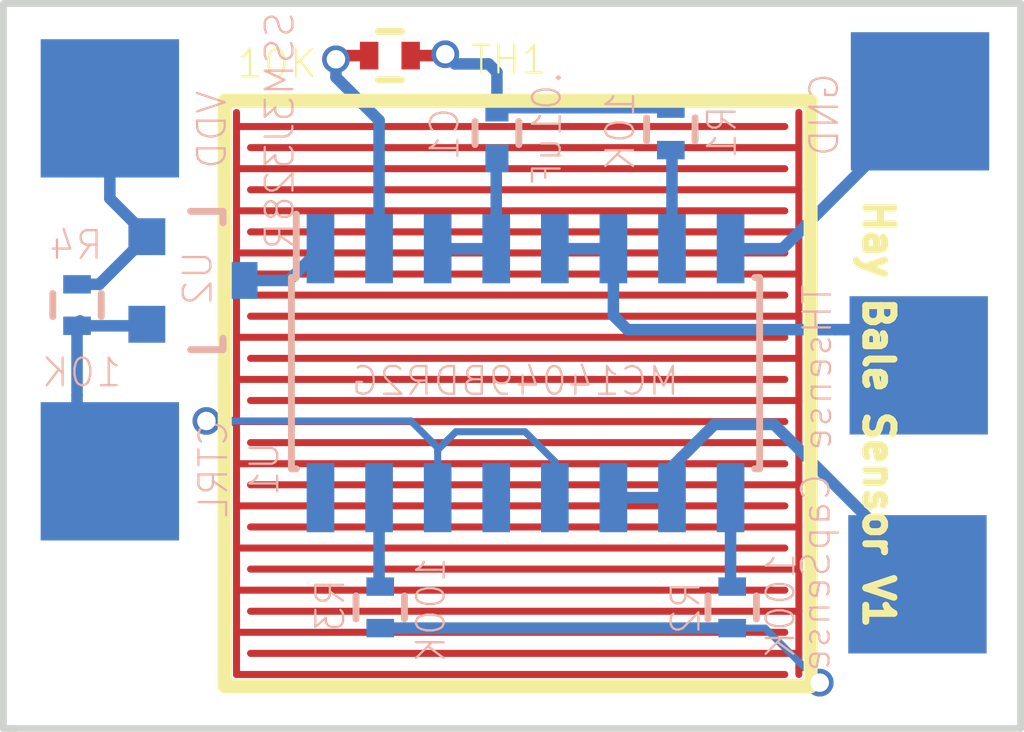
<source format=kicad_pcb>
(kicad_pcb (version 4) (host pcbnew 4.0.1-stable)

  (general
    (links 20)
    (no_connects 0)
    (area 141.966879 57.313759 164.166621 73.196521)
    (thickness 1.6)
    (drawings 11)
    (tracks 110)
    (zones 0)
    (modules 13)
    (nets 17)
  )

  (page A4)
  (layers
    (0 F.Cu signal)
    (1 In1.Cu signal)
    (2 In2.Cu signal)
    (31 B.Cu signal)
    (32 B.Adhes user)
    (33 F.Adhes user)
    (34 B.Paste user)
    (35 F.Paste user)
    (36 B.SilkS user)
    (37 F.SilkS user)
    (38 B.Mask user)
    (39 F.Mask user)
    (40 Dwgs.User user)
    (41 Cmts.User user)
    (42 Eco1.User user)
    (43 Eco2.User user)
    (44 Edge.Cuts user)
    (45 Margin user)
    (46 B.CrtYd user)
    (47 F.CrtYd user)
    (48 B.Fab user)
    (49 F.Fab user)
  )

  (setup
    (last_trace_width 0.25)
    (trace_clearance 0.2)
    (zone_clearance 0.508)
    (zone_45_only yes)
    (trace_min 0.1524)
    (segment_width 0.2)
    (edge_width 0.15)
    (via_size 0.6)
    (via_drill 0.4)
    (via_min_size 0.4)
    (via_min_drill 0.3)
    (uvia_size 0.3)
    (uvia_drill 0.1)
    (uvias_allowed no)
    (uvia_min_size 0.2)
    (uvia_min_drill 0.1)
    (pcb_text_width 0.3)
    (pcb_text_size 1.5 1.5)
    (mod_edge_width 0.15)
    (mod_text_size 0.6 0.6)
    (mod_text_width 0.05)
    (pad_size 1.524 1.524)
    (pad_drill 0.762)
    (pad_to_mask_clearance 0.2)
    (aux_axis_origin 0 0)
    (visible_elements FFFFFF7F)
    (pcbplotparams
      (layerselection 0x00030_80000001)
      (usegerberextensions false)
      (excludeedgelayer true)
      (linewidth 0.100000)
      (plotframeref false)
      (viasonmask false)
      (mode 1)
      (useauxorigin false)
      (hpglpennumber 1)
      (hpglpenspeed 20)
      (hpglpendiameter 15)
      (hpglpenoverlay 2)
      (psnegative false)
      (psa4output false)
      (plotreference true)
      (plotvalue true)
      (plotinvisibletext false)
      (padsonsilk false)
      (subtractmaskfromsilk false)
      (outputformat 1)
      (mirror false)
      (drillshape 1)
      (scaleselection 1)
      (outputdirectory ""))
  )

  (net 0 "")
  (net 1 "Net-(C1-Pad1)")
  (net 2 "Net-(C1-Pad2)")
  (net 3 "Net-(P1-Pad1)")
  (net 4 VDD)
  (net 5 GND)
  (net 6 "Net-(R1-Pad1)")
  (net 7 "Net-(TH1-Pad1)")
  (net 8 "Net-(U1-Pad13)")
  (net 9 "Net-(U1-Pad16)")
  (net 10 "Net-(R2-Pad1)")
  (net 11 "Net-(R3-Pad1)")
  (net 12 /Cap2)
  (net 13 /Cap1)
  (net 14 "Net-(P4-Pad1)")
  (net 15 "Net-(U1-Pad1)")
  (net 16 "Net-(P5-Pad1)")

  (net_class Default "This is the default net class."
    (clearance 0.2)
    (trace_width 0.25)
    (via_dia 0.6)
    (via_drill 0.4)
    (uvia_dia 0.3)
    (uvia_drill 0.1)
    (add_net GND)
    (add_net "Net-(C1-Pad1)")
    (add_net "Net-(C1-Pad2)")
    (add_net "Net-(P1-Pad1)")
    (add_net "Net-(P4-Pad1)")
    (add_net "Net-(P5-Pad1)")
    (add_net "Net-(R1-Pad1)")
    (add_net "Net-(R2-Pad1)")
    (add_net "Net-(R3-Pad1)")
    (add_net "Net-(TH1-Pad1)")
    (add_net "Net-(U1-Pad1)")
    (add_net "Net-(U1-Pad13)")
    (add_net "Net-(U1-Pad16)")
    (add_net VDD)
  )

  (net_class cap ""
    (clearance 0.2)
    (trace_width 0.1524)
    (via_dia 0.6)
    (via_drill 0.4)
    (uvia_dia 0.3)
    (uvia_drill 0.1)
    (add_net /Cap1)
    (add_net /Cap2)
  )

  (module Capacitors_SMD:C_0402 (layer B.Cu) (tedit 579104C2) (tstamp 578FC9FB)
    (at 152.74 60.2 90)
    (descr "Capacitor SMD 0402, reflow soldering, AVX (see smccp.pdf)")
    (tags "capacitor 0402")
    (path /57680C98)
    (attr smd)
    (fp_text reference C1 (at -0.02594 -1.13248 90) (layer B.SilkS)
      (effects (font (size 0.6 0.6) (thickness 0.05)) (justify mirror))
    )
    (fp_text value .01uF (at 0.10106 1.08494 90) (layer B.SilkS)
      (effects (font (size 0.6 0.6) (thickness 0.05)) (justify mirror))
    )
    (fp_line (start -1.15 0.6) (end 1.15 0.6) (layer B.CrtYd) (width 0.05))
    (fp_line (start -1.15 -0.6) (end 1.15 -0.6) (layer B.CrtYd) (width 0.05))
    (fp_line (start -1.15 0.6) (end -1.15 -0.6) (layer B.CrtYd) (width 0.05))
    (fp_line (start 1.15 0.6) (end 1.15 -0.6) (layer B.CrtYd) (width 0.05))
    (fp_line (start 0.25 0.475) (end -0.25 0.475) (layer B.SilkS) (width 0.15))
    (fp_line (start -0.25 -0.475) (end 0.25 -0.475) (layer B.SilkS) (width 0.15))
    (pad 1 smd rect (at -0.55 0 90) (size 0.6 0.5) (layers B.Cu B.Paste B.Mask)
      (net 1 "Net-(C1-Pad1)"))
    (pad 2 smd rect (at 0.55 0 90) (size 0.6 0.5) (layers B.Cu B.Paste B.Mask)
      (net 2 "Net-(C1-Pad2)"))
    (model Capacitors_SMD.3dshapes/C_0402.wrl
      (at (xyz 0 0 0))
      (scale (xyz 1 1 1))
      (rotate (xyz 0 0 0))
    )
  )

  (module Resistors_SMD:R_0402 (layer B.Cu) (tedit 579104C8) (tstamp 578FCA2E)
    (at 156.51 60.12 90)
    (descr "Resistor SMD 0402, reflow soldering, Vishay (see dcrcw.pdf)")
    (tags "resistor 0402")
    (path /57680AF4)
    (attr smd)
    (fp_text reference R1 (at -0.06022 1.1097 90) (layer B.SilkS)
      (effects (font (size 0.6 0.6) (thickness 0.05)) (justify mirror))
    )
    (fp_text value 10K (at -0.03736 -1.09502 90) (layer B.SilkS)
      (effects (font (size 0.6 0.6) (thickness 0.05)) (justify mirror))
    )
    (fp_line (start -0.95 0.65) (end 0.95 0.65) (layer B.CrtYd) (width 0.05))
    (fp_line (start -0.95 -0.65) (end 0.95 -0.65) (layer B.CrtYd) (width 0.05))
    (fp_line (start -0.95 0.65) (end -0.95 -0.65) (layer B.CrtYd) (width 0.05))
    (fp_line (start 0.95 0.65) (end 0.95 -0.65) (layer B.CrtYd) (width 0.05))
    (fp_line (start 0.25 0.525) (end -0.25 0.525) (layer B.SilkS) (width 0.15))
    (fp_line (start -0.25 -0.525) (end 0.25 -0.525) (layer B.SilkS) (width 0.15))
    (pad 1 smd rect (at -0.45 0 90) (size 0.4 0.6) (layers B.Cu B.Paste B.Mask)
      (net 6 "Net-(R1-Pad1)"))
    (pad 2 smd rect (at 0.45 0 90) (size 0.4 0.6) (layers B.Cu B.Paste B.Mask)
      (net 2 "Net-(C1-Pad2)"))
    (model Resistors_SMD.3dshapes/R_0402.wrl
      (at (xyz 0 0 0))
      (scale (xyz 1 1 1))
      (rotate (xyz 0 0 0))
    )
  )

  (module Resistors_SMD:R_0402 (layer F.Cu) (tedit 579104BB) (tstamp 578FCA3A)
    (at 150.42 58.52)
    (descr "Resistor SMD 0402, reflow soldering, Vishay (see dcrcw.pdf)")
    (tags "resistor 0402")
    (path /57680BD3)
    (attr smd)
    (fp_text reference TH1 (at 2.58 0.09) (layer F.SilkS)
      (effects (font (size 0.6 0.6) (thickness 0.05)))
    )
    (fp_text value 10K (at -2.44722 0.17432) (layer F.SilkS)
      (effects (font (size 0.6 0.6) (thickness 0.05)))
    )
    (fp_line (start -0.95 -0.65) (end 0.95 -0.65) (layer F.CrtYd) (width 0.05))
    (fp_line (start -0.95 0.65) (end 0.95 0.65) (layer F.CrtYd) (width 0.05))
    (fp_line (start -0.95 -0.65) (end -0.95 0.65) (layer F.CrtYd) (width 0.05))
    (fp_line (start 0.95 -0.65) (end 0.95 0.65) (layer F.CrtYd) (width 0.05))
    (fp_line (start 0.25 -0.525) (end -0.25 -0.525) (layer F.SilkS) (width 0.15))
    (fp_line (start -0.25 0.525) (end 0.25 0.525) (layer F.SilkS) (width 0.15))
    (pad 1 smd rect (at -0.45 0) (size 0.4 0.6) (layers F.Cu F.Paste F.Mask)
      (net 7 "Net-(TH1-Pad1)"))
    (pad 2 smd rect (at 0.45 0) (size 0.4 0.6) (layers F.Cu F.Paste F.Mask)
      (net 2 "Net-(C1-Pad2)"))
    (model Resistors_SMD.3dshapes/R_0402.wrl
      (at (xyz 0 0 0))
      (scale (xyz 1 1 1))
      (rotate (xyz 0 0 0))
    )
  )

  (module Housings_SOIC:SOIC-16_3.9x9.9mm_Pitch1.27mm (layer B.Cu) (tedit 5792410E) (tstamp 578FCA59)
    (at 153.36 65.41 270)
    (descr "16-Lead Plastic Small Outline (SL) - Narrow, 3.90 mm Body [SOIC] (see Microchip Packaging Specification 00000049BS.pdf)")
    (tags "SOIC 1.27")
    (path /576815FB)
    (attr smd)
    (fp_text reference U1 (at 2.0778 5.659 270) (layer B.SilkS)
      (effects (font (size 0.6 0.6) (thickness 0.05)) (justify mirror))
    )
    (fp_text value MC14049BDR2G (at 0.17 0.22 360) (layer B.SilkS)
      (effects (font (size 0.6 0.6) (thickness 0.05)) (justify mirror))
    )
    (fp_line (start -3.7 5.25) (end -3.7 -5.25) (layer B.CrtYd) (width 0.05))
    (fp_line (start 3.7 5.25) (end 3.7 -5.25) (layer B.CrtYd) (width 0.05))
    (fp_line (start -3.7 5.25) (end 3.7 5.25) (layer B.CrtYd) (width 0.05))
    (fp_line (start -3.7 -5.25) (end 3.7 -5.25) (layer B.CrtYd) (width 0.05))
    (fp_line (start -2.075 5.075) (end -2.075 4.97) (layer B.SilkS) (width 0.15))
    (fp_line (start 2.075 5.075) (end 2.075 4.97) (layer B.SilkS) (width 0.15))
    (fp_line (start 2.075 -5.075) (end 2.075 -4.97) (layer B.SilkS) (width 0.15))
    (fp_line (start -2.075 -5.075) (end -2.075 -4.97) (layer B.SilkS) (width 0.15))
    (fp_line (start -2.075 5.075) (end 2.075 5.075) (layer B.SilkS) (width 0.15))
    (fp_line (start -2.075 -5.075) (end 2.075 -5.075) (layer B.SilkS) (width 0.15))
    (fp_line (start -2.075 4.97) (end -3.45 4.97) (layer B.SilkS) (width 0.15))
    (pad 1 smd rect (at -2.7 4.445 270) (size 1.5 0.6) (layers B.Cu B.Paste B.Mask)
      (net 15 "Net-(U1-Pad1)"))
    (pad 2 smd rect (at -2.7 3.175 270) (size 1.5 0.6) (layers B.Cu B.Paste B.Mask)
      (net 7 "Net-(TH1-Pad1)"))
    (pad 3 smd rect (at -2.7 1.905 270) (size 1.5 0.6) (layers B.Cu B.Paste B.Mask)
      (net 1 "Net-(C1-Pad1)"))
    (pad 4 smd rect (at -2.7 0.635 270) (size 1.5 0.6) (layers B.Cu B.Paste B.Mask)
      (net 1 "Net-(C1-Pad1)"))
    (pad 5 smd rect (at -2.7 -0.635 270) (size 1.5 0.6) (layers B.Cu B.Paste B.Mask)
      (net 3 "Net-(P1-Pad1)"))
    (pad 6 smd rect (at -2.7 -1.905 270) (size 1.5 0.6) (layers B.Cu B.Paste B.Mask)
      (net 3 "Net-(P1-Pad1)"))
    (pad 7 smd rect (at -2.7 -3.175 270) (size 1.5 0.6) (layers B.Cu B.Paste B.Mask)
      (net 6 "Net-(R1-Pad1)"))
    (pad 8 smd rect (at -2.7 -4.445 270) (size 1.5 0.6) (layers B.Cu B.Paste B.Mask)
      (net 5 GND))
    (pad 9 smd rect (at 2.7 -4.445 270) (size 1.5 0.6) (layers B.Cu B.Paste B.Mask)
      (net 10 "Net-(R2-Pad1)"))
    (pad 10 smd rect (at 2.7 -3.175 270) (size 1.5 0.6) (layers B.Cu B.Paste B.Mask)
      (net 14 "Net-(P4-Pad1)"))
    (pad 11 smd rect (at 2.7 -1.905 270) (size 1.5 0.6) (layers B.Cu B.Paste B.Mask)
      (net 14 "Net-(P4-Pad1)"))
    (pad 12 smd rect (at 2.7 -0.635 270) (size 1.5 0.6) (layers B.Cu B.Paste B.Mask)
      (net 13 /Cap1))
    (pad 13 smd rect (at 2.7 0.635 270) (size 1.5 0.6) (layers B.Cu B.Paste B.Mask)
      (net 8 "Net-(U1-Pad13)"))
    (pad 14 smd rect (at 2.7 1.905 270) (size 1.5 0.6) (layers B.Cu B.Paste B.Mask)
      (net 13 /Cap1))
    (pad 15 smd rect (at 2.7 3.175 270) (size 1.5 0.6) (layers B.Cu B.Paste B.Mask)
      (net 11 "Net-(R3-Pad1)"))
    (pad 16 smd rect (at 2.7 4.445 270) (size 1.5 0.6) (layers B.Cu B.Paste B.Mask)
      (net 9 "Net-(U1-Pad16)"))
    (model Housings_SOIC.3dshapes/SOIC-16_3.9x9.9mm_Pitch1.27mm.wrl
      (at (xyz 0 0 0))
      (scale (xyz 1 1 1))
      (rotate (xyz 0 0 0))
    )
  )

  (module Resistors_SMD:R_0402 (layer B.Cu) (tedit 579104E4) (tstamp 578FE397)
    (at 157.84 70.49 270)
    (descr "Resistor SMD 0402, reflow soldering, Vishay (see dcrcw.pdf)")
    (tags "resistor 0402")
    (path /578FDCAE)
    (attr smd)
    (fp_text reference R2 (at 0.01024 1.0077 270) (layer B.SilkS)
      (effects (font (size 0.6 0.6) (thickness 0.05)) (justify mirror))
    )
    (fp_text value 100K (at -0.03548 -1.0497 270) (layer B.SilkS)
      (effects (font (size 0.6 0.6) (thickness 0.05)) (justify mirror))
    )
    (fp_line (start -0.95 0.65) (end 0.95 0.65) (layer B.CrtYd) (width 0.05))
    (fp_line (start -0.95 -0.65) (end 0.95 -0.65) (layer B.CrtYd) (width 0.05))
    (fp_line (start -0.95 0.65) (end -0.95 -0.65) (layer B.CrtYd) (width 0.05))
    (fp_line (start 0.95 0.65) (end 0.95 -0.65) (layer B.CrtYd) (width 0.05))
    (fp_line (start 0.25 0.525) (end -0.25 0.525) (layer B.SilkS) (width 0.15))
    (fp_line (start -0.25 -0.525) (end 0.25 -0.525) (layer B.SilkS) (width 0.15))
    (pad 1 smd rect (at -0.45 0 270) (size 0.4 0.6) (layers B.Cu B.Paste B.Mask)
      (net 10 "Net-(R2-Pad1)"))
    (pad 2 smd rect (at 0.45 0 270) (size 0.4 0.6) (layers B.Cu B.Paste B.Mask)
      (net 12 /Cap2))
    (model Resistors_SMD.3dshapes/R_0402.wrl
      (at (xyz 0 0 0))
      (scale (xyz 1 1 1))
      (rotate (xyz 0 0 0))
    )
  )

  (module Resistors_SMD:R_0402 (layer B.Cu) (tedit 579104DE) (tstamp 578FE3A3)
    (at 150.21 70.49 270)
    (descr "Resistor SMD 0402, reflow soldering, Vishay (see dcrcw.pdf)")
    (tags "resistor 0402")
    (path /578FDE91)
    (attr smd)
    (fp_text reference R3 (at -0.04564 1.08152 270) (layer B.SilkS)
      (effects (font (size 0.6 0.6) (thickness 0.05)) (justify mirror))
    )
    (fp_text value 100K (at 0.05596 -1.10034 270) (layer B.SilkS)
      (effects (font (size 0.6 0.6) (thickness 0.05)) (justify mirror))
    )
    (fp_line (start -0.95 0.65) (end 0.95 0.65) (layer B.CrtYd) (width 0.05))
    (fp_line (start -0.95 -0.65) (end 0.95 -0.65) (layer B.CrtYd) (width 0.05))
    (fp_line (start -0.95 0.65) (end -0.95 -0.65) (layer B.CrtYd) (width 0.05))
    (fp_line (start 0.95 0.65) (end 0.95 -0.65) (layer B.CrtYd) (width 0.05))
    (fp_line (start 0.25 0.525) (end -0.25 0.525) (layer B.SilkS) (width 0.15))
    (fp_line (start -0.25 -0.525) (end 0.25 -0.525) (layer B.SilkS) (width 0.15))
    (pad 1 smd rect (at -0.45 0 270) (size 0.4 0.6) (layers B.Cu B.Paste B.Mask)
      (net 11 "Net-(R3-Pad1)"))
    (pad 2 smd rect (at 0.45 0 270) (size 0.4 0.6) (layers B.Cu B.Paste B.Mask)
      (net 12 /Cap2))
    (model Resistors_SMD.3dshapes/R_0402.wrl
      (at (xyz 0 0 0))
      (scale (xyz 1 1 1))
      (rotate (xyz 0 0 0))
    )
  )

  (module Resistors_SMD:R_0402 (layer B.Cu) (tedit 579103E8) (tstamp 5791006C)
    (at 143.637 63.9318 90)
    (descr "Resistor SMD 0402, reflow soldering, Vishay (see dcrcw.pdf)")
    (tags "resistor 0402")
    (path /579103C3)
    (attr smd)
    (fp_text reference R4 (at 1.30048 -0.02032 180) (layer B.SilkS)
      (effects (font (size 0.6 0.6) (thickness 0.05)) (justify mirror))
    )
    (fp_text value 10K (at -1.46304 0.1016 180) (layer B.SilkS)
      (effects (font (size 0.6 0.6) (thickness 0.05)) (justify mirror))
    )
    (fp_line (start -0.95 0.65) (end 0.95 0.65) (layer B.CrtYd) (width 0.05))
    (fp_line (start -0.95 -0.65) (end 0.95 -0.65) (layer B.CrtYd) (width 0.05))
    (fp_line (start -0.95 0.65) (end -0.95 -0.65) (layer B.CrtYd) (width 0.05))
    (fp_line (start 0.95 0.65) (end 0.95 -0.65) (layer B.CrtYd) (width 0.05))
    (fp_line (start 0.25 0.525) (end -0.25 0.525) (layer B.SilkS) (width 0.15))
    (fp_line (start -0.25 -0.525) (end 0.25 -0.525) (layer B.SilkS) (width 0.15))
    (pad 1 smd rect (at -0.45 0 90) (size 0.4 0.6) (layers B.Cu B.Paste B.Mask)
      (net 16 "Net-(P5-Pad1)"))
    (pad 2 smd rect (at 0.45 0 90) (size 0.4 0.6) (layers B.Cu B.Paste B.Mask)
      (net 4 VDD))
    (model Resistors_SMD.3dshapes/R_0402.wrl
      (at (xyz 0 0 0))
      (scale (xyz 1 1 1))
      (rotate (xyz 0 0 0))
    )
  )

  (module TO_SOT_Packages_SMD:SOT-23 (layer B.Cu) (tedit 5792411D) (tstamp 57910073)
    (at 146.1516 63.3984 90)
    (descr "SOT-23, Standard")
    (tags SOT-23)
    (path /579101BF)
    (attr smd)
    (fp_text reference U2 (at 0.0508 0.1016 90) (layer B.SilkS)
      (effects (font (size 0.6 0.6) (thickness 0.05)) (justify mirror))
    )
    (fp_text value SSM3J328R (at 3.2512 1.8796 90) (layer B.SilkS)
      (effects (font (size 0.6 0.6) (thickness 0.05)) (justify mirror))
    )
    (fp_line (start -1.65 1.6) (end 1.65 1.6) (layer B.CrtYd) (width 0.05))
    (fp_line (start 1.65 1.6) (end 1.65 -1.6) (layer B.CrtYd) (width 0.05))
    (fp_line (start 1.65 -1.6) (end -1.65 -1.6) (layer B.CrtYd) (width 0.05))
    (fp_line (start -1.65 -1.6) (end -1.65 1.6) (layer B.CrtYd) (width 0.05))
    (fp_line (start 1.29916 0.65024) (end 1.2509 0.65024) (layer B.SilkS) (width 0.15))
    (fp_line (start -1.49982 -0.0508) (end -1.49982 0.65024) (layer B.SilkS) (width 0.15))
    (fp_line (start -1.49982 0.65024) (end -1.2509 0.65024) (layer B.SilkS) (width 0.15))
    (fp_line (start 1.29916 0.65024) (end 1.49982 0.65024) (layer B.SilkS) (width 0.15))
    (fp_line (start 1.49982 0.65024) (end 1.49982 -0.0508) (layer B.SilkS) (width 0.15))
    (pad 1 smd rect (at -0.95 -1.00076 90) (size 0.8001 0.8001) (layers B.Cu B.Paste B.Mask)
      (net 16 "Net-(P5-Pad1)"))
    (pad 2 smd rect (at 0.95 -1.00076 90) (size 0.8001 0.8001) (layers B.Cu B.Paste B.Mask)
      (net 4 VDD))
    (pad 3 smd rect (at 0 0.99822 90) (size 0.8001 0.8001) (layers B.Cu B.Paste B.Mask)
      (net 15 "Net-(U1-Pad1)"))
    (model TO_SOT_Packages_SMD.3dshapes/SOT-23.wrl
      (at (xyz 0 0 0))
      (scale (xyz 1 1 1))
      (rotate (xyz 0 0 0))
    )
  )

  (module Measurement_Points:Measurement_Point_Square-SMD-Pad_Big (layer B.Cu) (tedit 57910353) (tstamp 57910257)
    (at 161.88436 65.2399)
    (descr "Mesurement Point, Square, SMD Pad,  3mm x 3mm,")
    (tags "Mesurement Point Square SMD Pad 3x3mm")
    (path /576827B7)
    (attr virtual)
    (fp_text reference P1 (at -0.07366 0.0254) (layer B.Fab)
      (effects (font (size 0.6 0.6) (thickness 0.05)) (justify mirror))
    )
    (fp_text value THsense (at -2.19964 0.04826 90) (layer B.SilkS)
      (effects (font (size 0.6 0.6) (thickness 0.05)) (justify mirror))
    )
    (fp_line (start -1.75 1.75) (end 1.75 1.75) (layer B.CrtYd) (width 0.05))
    (fp_line (start 1.75 1.75) (end 1.75 -1.75) (layer B.CrtYd) (width 0.05))
    (fp_line (start 1.75 -1.75) (end -1.75 -1.75) (layer B.CrtYd) (width 0.05))
    (fp_line (start -1.75 -1.75) (end -1.75 1.75) (layer B.CrtYd) (width 0.05))
    (pad 1 smd rect (at 0 0) (size 3 3) (layers B.Cu B.Mask)
      (net 3 "Net-(P1-Pad1)"))
  )

  (module Measurement_Points:Measurement_Point_Square-SMD-Pad_Big (layer B.Cu) (tedit 5791039D) (tstamp 5791025B)
    (at 144.3482 59.6646)
    (descr "Mesurement Point, Square, SMD Pad,  3mm x 3mm,")
    (tags "Mesurement Point Square SMD Pad 3x3mm")
    (path /57682706)
    (attr virtual)
    (fp_text reference P2 (at -0.02032 0.08128) (layer B.Fab)
      (effects (font (size 0.6 0.6) (thickness 0.05)) (justify mirror))
    )
    (fp_text value VDD (at 2.21488 0.46736 90) (layer B.SilkS)
      (effects (font (size 0.6 0.6) (thickness 0.05)) (justify mirror))
    )
    (fp_line (start -1.75 1.75) (end 1.75 1.75) (layer B.CrtYd) (width 0.05))
    (fp_line (start 1.75 1.75) (end 1.75 -1.75) (layer B.CrtYd) (width 0.05))
    (fp_line (start 1.75 -1.75) (end -1.75 -1.75) (layer B.CrtYd) (width 0.05))
    (fp_line (start -1.75 -1.75) (end -1.75 1.75) (layer B.CrtYd) (width 0.05))
    (pad 1 smd rect (at 0 0) (size 3 3) (layers B.Cu B.Mask)
      (net 4 VDD))
  )

  (module Measurement_Points:Measurement_Point_Square-SMD-Pad_Big (layer B.Cu) (tedit 57910355) (tstamp 5791025F)
    (at 161.9123 59.5122)
    (descr "Mesurement Point, Square, SMD Pad,  3mm x 3mm,")
    (tags "Mesurement Point Square SMD Pad 3x3mm")
    (path /5768281A)
    (attr virtual)
    (fp_text reference P3 (at -0.0635 -0.0381) (layer B.Fab)
      (effects (font (size 0.6 0.6) (thickness 0.05)) (justify mirror))
    )
    (fp_text value GND (at -2.07518 0.28956 90) (layer B.SilkS)
      (effects (font (size 0.6 0.6) (thickness 0.05)) (justify mirror))
    )
    (fp_line (start -1.75 1.75) (end 1.75 1.75) (layer B.CrtYd) (width 0.05))
    (fp_line (start 1.75 1.75) (end 1.75 -1.75) (layer B.CrtYd) (width 0.05))
    (fp_line (start 1.75 -1.75) (end -1.75 -1.75) (layer B.CrtYd) (width 0.05))
    (fp_line (start -1.75 -1.75) (end -1.75 1.75) (layer B.CrtYd) (width 0.05))
    (pad 1 smd rect (at 0 0) (size 3 3) (layers B.Cu B.Mask)
      (net 5 GND))
  )

  (module Measurement_Points:Measurement_Point_Square-SMD-Pad_Big (layer B.Cu) (tedit 57910351) (tstamp 57910263)
    (at 161.85642 69.9897)
    (descr "Mesurement Point, Square, SMD Pad,  3mm x 3mm,")
    (tags "Mesurement Point Square SMD Pad 3x3mm")
    (path /57901A0B)
    (attr virtual)
    (fp_text reference P4 (at -0.06858 -0.06858) (layer B.Fab)
      (effects (font (size 0.6 0.6) (thickness 0.05)) (justify mirror))
    )
    (fp_text value CapSense (at -2.20218 -0.25146 90) (layer B.SilkS)
      (effects (font (size 0.6 0.6) (thickness 0.05)) (justify mirror))
    )
    (fp_line (start -1.75 1.75) (end 1.75 1.75) (layer B.CrtYd) (width 0.05))
    (fp_line (start 1.75 1.75) (end 1.75 -1.75) (layer B.CrtYd) (width 0.05))
    (fp_line (start 1.75 -1.75) (end -1.75 -1.75) (layer B.CrtYd) (width 0.05))
    (fp_line (start -1.75 -1.75) (end -1.75 1.75) (layer B.CrtYd) (width 0.05))
    (pad 1 smd rect (at 0 0) (size 3 3) (layers B.Cu B.Mask)
      (net 14 "Net-(P4-Pad1)"))
  )

  (module Measurement_Points:Measurement_Point_Square-SMD-Pad_Big (layer B.Cu) (tedit 579103AC) (tstamp 5791027C)
    (at 144.3482 67.5386)
    (descr "Mesurement Point, Square, SMD Pad,  3mm x 3mm,")
    (tags "Mesurement Point Square SMD Pad 3x3mm")
    (path /57910754)
    (attr virtual)
    (fp_text reference P5 (at 0.12192 0.02032) (layer B.Fab)
      (effects (font (size 0.6 0.6) (thickness 0.05)) (justify mirror))
    )
    (fp_text value CTRL (at 2.24536 -0.06096 90) (layer B.SilkS)
      (effects (font (size 0.6 0.6) (thickness 0.05)) (justify mirror))
    )
    (fp_line (start -1.75 1.75) (end 1.75 1.75) (layer B.CrtYd) (width 0.05))
    (fp_line (start 1.75 1.75) (end 1.75 -1.75) (layer B.CrtYd) (width 0.05))
    (fp_line (start 1.75 -1.75) (end -1.75 -1.75) (layer B.CrtYd) (width 0.05))
    (fp_line (start -1.75 -1.75) (end -1.75 1.75) (layer B.CrtYd) (width 0.05))
    (pad 1 smd rect (at 0 0) (size 3 3) (layers B.Cu B.Mask)
      (net 16 "Net-(P5-Pad1)"))
  )

  (gr_line (start 142.04188 73.12152) (end 142.28826 73.12152) (angle 90) (layer Edge.Cuts) (width 0.15))
  (gr_line (start 142.04188 57.40146) (end 142.04188 73.12152) (angle 90) (layer Edge.Cuts) (width 0.15))
  (gr_line (start 142.15872 73.11898) (end 142.0749 73.11898) (angle 90) (layer Edge.Cuts) (width 0.15))
  (gr_line (start 164.09162 73.11898) (end 142.15872 73.11898) (angle 90) (layer Edge.Cuts) (width 0.15))
  (gr_line (start 164.09162 57.38876) (end 164.09162 73.11898) (angle 90) (layer Edge.Cuts) (width 0.15))
  (gr_line (start 142.04696 57.38876) (end 164.09162 57.38876) (angle 90) (layer Edge.Cuts) (width 0.15))
  (gr_text "Hay Bale Sensor V1" (at 161.0106 66.294 270) (layer F.SilkS)
    (effects (font (size 0.6096 0.6096) (thickness 0.1524)))
  )
  (gr_line (start 159.54 59.5) (end 159.54 72.2) (layer F.SilkS) (width 0.3048))
  (gr_line (start 159.54 72.2) (end 146.84 72.2) (layer F.SilkS) (width 0.3048))
  (gr_line (start 159.54 59.5) (end 146.84 59.5) (layer F.SilkS) (width 0.3048))
  (gr_line (start 146.84 59.5) (end 146.84 72.2) (layer F.SilkS) (width 0.3048))

  (segment (start 159.286 71.4888) (end 147.3988 71.4888) (width 0.1524) (layer F.Cu) (net 0))
  (segment (start 147.094 71.0316) (end 158.9812 71.0316) (width 0.1524) (layer F.Cu) (net 0))
  (segment (start 147.094 70.1172) (end 158.9812 70.1172) (width 0.1524) (layer F.Cu) (net 0))
  (segment (start 159.286 69.66) (end 147.3988 69.66) (width 0.1524) (layer F.Cu) (net 0))
  (segment (start 147.094 69.2028) (end 158.9812 69.2028) (width 0.1524) (layer F.Cu) (net 0))
  (segment (start 159.286 68.7456) (end 147.3988 68.7456) (width 0.1524) (layer F.Cu) (net 0))
  (segment (start 147.094 68.2884) (end 158.9812 68.2884) (width 0.1524) (layer F.Cu) (net 0))
  (segment (start 159.286 67.8312) (end 147.3988 67.8312) (width 0.1524) (layer F.Cu) (net 0))
  (segment (start 147.094 67.374) (end 158.9812 67.374) (width 0.1524) (layer F.Cu) (net 0))
  (segment (start 159.286 66.9168) (end 147.3988 66.9168) (width 0.1524) (layer F.Cu) (net 0))
  (segment (start 159.286 66.0024) (end 147.3988 66.0024) (width 0.1524) (layer F.Cu) (net 0))
  (segment (start 147.094 65.5452) (end 158.9812 65.5452) (width 0.1524) (layer F.Cu) (net 0))
  (segment (start 159.286 65.088) (end 147.3988 65.088) (width 0.1524) (layer F.Cu) (net 0))
  (segment (start 147.094 64.6308) (end 158.9812 64.6308) (width 0.1524) (layer F.Cu) (net 0))
  (segment (start 159.286 64.1736) (end 147.3988 64.1736) (width 0.1524) (layer F.Cu) (net 0))
  (segment (start 147.094 63.7164) (end 158.9812 63.7164) (width 0.1524) (layer F.Cu) (net 0))
  (segment (start 159.286 63.2592) (end 147.3988 63.2592) (width 0.1524) (layer F.Cu) (net 0))
  (segment (start 147.094 62.802) (end 158.9812 62.802) (width 0.1524) (layer F.Cu) (net 0))
  (segment (start 159.286 62.3448) (end 147.3988 62.3448) (width 0.1524) (layer F.Cu) (net 0))
  (segment (start 147.094 61.8876) (end 158.9812 61.8876) (width 0.1524) (layer F.Cu) (net 0))
  (segment (start 159.286 61.4304) (end 147.3988 61.4304) (width 0.1524) (layer F.Cu) (net 0))
  (segment (start 147.094 60.9732) (end 158.9812 60.9732) (width 0.1524) (layer F.Cu) (net 0))
  (segment (start 159.286 60.516) (end 147.3988 60.516) (width 0.1524) (layer F.Cu) (net 0))
  (segment (start 147.094 60.0588) (end 158.9812 60.0588) (width 0.1524) (layer F.Cu) (net 0))
  (segment (start 152.725 62.71) (end 152.725 60.765) (width 0.25) (layer B.Cu) (net 1))
  (segment (start 152.725 60.765) (end 152.74 60.75) (width 0.25) (layer B.Cu) (net 1) (tstamp 578FECC8))
  (segment (start 151.455 62.71) (end 152.725 62.71) (width 0.25) (layer B.Cu) (net 1))
  (segment (start 152.74 59.65) (end 156.49 59.65) (width 0.25) (layer B.Cu) (net 2))
  (segment (start 156.49 59.65) (end 156.51 59.67) (width 0.25) (layer B.Cu) (net 2) (tstamp 57910498))
  (segment (start 150.87 58.52) (end 151.59 58.52) (width 0.25) (layer F.Cu) (net 2))
  (segment (start 152.74 58.88) (end 152.74 59.65) (width 0.25) (layer B.Cu) (net 2) (tstamp 578FECDA))
  (segment (start 152.56 58.7) (end 152.74 58.88) (width 0.25) (layer B.Cu) (net 2) (tstamp 578FECD9))
  (segment (start 151.83 58.7) (end 152.56 58.7) (width 0.25) (layer B.Cu) (net 2) (tstamp 578FECD8))
  (segment (start 151.62 58.49) (end 151.83 58.7) (width 0.25) (layer B.Cu) (net 2) (tstamp 578FECD7))
  (via (at 151.62 58.49) (size 0.6) (drill 0.4) (layers F.Cu B.Cu) (net 2))
  (segment (start 151.59 58.52) (end 151.62 58.49) (width 0.25) (layer F.Cu) (net 2) (tstamp 578FECD5))
  (segment (start 155.265 62.71) (end 155.265 64.16028) (width 0.25) (layer B.Cu) (net 3))
  (segment (start 155.56992 64.4652) (end 160.0708 64.4652) (width 0.25) (layer B.Cu) (net 3) (tstamp 5791041C))
  (segment (start 160.0708 64.4652) (end 160.274 64.4652) (width 0.25) (layer B.Cu) (net 3) (tstamp 579244EF))
  (segment (start 160.274 64.4652) (end 161.10966 64.4652) (width 0.25) (layer B.Cu) (net 3) (tstamp 579244C8))
  (segment (start 155.265 64.16028) (end 155.56992 64.4652) (width 0.25) (layer B.Cu) (net 3) (tstamp 5791041B))
  (segment (start 161.10966 64.4652) (end 161.88436 65.2399) (width 0.25) (layer B.Cu) (net 3) (tstamp 5791041D))
  (segment (start 153.995 62.71) (end 155.265 62.71) (width 0.25) (layer B.Cu) (net 3))
  (segment (start 144.3482 59.6646) (end 144.3482 61.6204) (width 0.25) (layer B.Cu) (net 4) (status 400000))
  (segment (start 144.3482 61.6204) (end 145.15084 62.42304) (width 0.25) (layer B.Cu) (net 4) (tstamp 57924653) (status 800000))
  (segment (start 145.15084 62.42304) (end 145.15084 62.4484) (width 0.25) (layer B.Cu) (net 4) (tstamp 57924654) (status C00000))
  (segment (start 145.15084 62.4484) (end 145.15084 62.19444) (width 0.25) (layer B.Cu) (net 4))
  (segment (start 143.637 63.4818) (end 144.11744 63.4818) (width 0.25) (layer B.Cu) (net 4))
  (segment (start 144.11744 63.4818) (end 145.15084 62.4484) (width 0.25) (layer B.Cu) (net 4) (tstamp 579240D2))
  (segment (start 157.805 62.71) (end 158.9304 62.71) (width 0.25) (layer B.Cu) (net 5) (status 400000))
  (segment (start 158.9304 62.71) (end 161.9123 59.7281) (width 0.25) (layer B.Cu) (net 5) (tstamp 57924671) (status 800000))
  (segment (start 161.9123 59.7281) (end 161.9123 59.5122) (width 0.25) (layer B.Cu) (net 5) (tstamp 57924672) (status C00000))
  (segment (start 161.90976 59.5122) (end 161.9123 59.5122) (width 0.25) (layer B.Cu) (net 5) (tstamp 57910418))
  (segment (start 156.535 62.71) (end 156.535 60.595) (width 0.25) (layer B.Cu) (net 6))
  (segment (start 156.535 60.595) (end 156.51 60.57) (width 0.25) (layer B.Cu) (net 6) (tstamp 578FECC5))
  (segment (start 150.185 62.71) (end 150.185 59.925) (width 0.25) (layer B.Cu) (net 7))
  (segment (start 149.33 58.52) (end 149.97 58.52) (width 0.25) (layer F.Cu) (net 7) (tstamp 578FECD0))
  (segment (start 149.25 58.6) (end 149.33 58.52) (width 0.25) (layer F.Cu) (net 7) (tstamp 578FECCF))
  (via (at 149.25 58.6) (size 0.6) (drill 0.4) (layers F.Cu B.Cu) (net 7))
  (segment (start 149.25 58.99) (end 149.25 58.6) (width 0.25) (layer B.Cu) (net 7) (tstamp 578FECCD))
  (segment (start 150.185 59.925) (end 149.25 58.99) (width 0.25) (layer B.Cu) (net 7) (tstamp 578FECCB))
  (segment (start 157.805 68.11) (end 157.805 70.005) (width 0.25) (layer B.Cu) (net 10))
  (segment (start 157.805 70.005) (end 157.84 70.04) (width 0.25) (layer B.Cu) (net 10) (tstamp 578FECE4))
  (segment (start 150.185 68.11) (end 150.185 70.015) (width 0.25) (layer B.Cu) (net 11))
  (segment (start 150.185 70.015) (end 150.21 70.04) (width 0.25) (layer B.Cu) (net 11) (tstamp 578FECFA))
  (segment (start 157.84 70.94) (end 158.55476 70.94) (width 0.1524) (layer B.Cu) (net 12))
  (segment (start 159.4104 71.79564) (end 159.286 71.79564) (width 0.1524) (layer F.Cu) (net 12) (tstamp 579102C8))
  (segment (start 159.73806 72.1233) (end 159.4104 71.79564) (width 0.1524) (layer F.Cu) (net 12) (tstamp 579102C7))
  (via (at 159.73806 72.1233) (size 0.6) (drill 0.4) (layers F.Cu B.Cu) (net 12))
  (segment (start 158.55476 70.94) (end 159.73806 72.1233) (width 0.1524) (layer B.Cu) (net 12) (tstamp 579102C4))
  (segment (start 159.286 71.946) (end 159.286 71.79564) (width 0.1524) (layer F.Cu) (net 12))
  (segment (start 159.286 71.79564) (end 159.286 71.17) (width 0.1524) (layer F.Cu) (net 12) (tstamp 579102CB))
  (segment (start 159.286 70.57) (end 159.286 59.754) (width 0.1524) (layer F.Cu) (net 12) (tstamp 5790F8D8))
  (segment (start 159.286 71.17) (end 159.286 70.57) (width 0.1524) (layer F.Cu) (net 12) (tstamp 578FED33))
  (segment (start 159.286 70.5744) (end 147.3988 70.5744) (width 0.1524) (layer F.Cu) (net 12))
  (segment (start 150.21 70.94) (end 157.84 70.94) (width 0.25) (layer B.Cu) (net 12))
  (segment (start 147.094 59.754) (end 147.094 66.53282) (width 0.1524) (layer F.Cu) (net 13))
  (segment (start 147.094 66.53282) (end 147.094 71.946) (width 0.1524) (layer F.Cu) (net 13) (tstamp 5790FA36))
  (segment (start 147.094 71.946) (end 158.9812 71.946) (width 0.1524) (layer F.Cu) (net 13))
  (segment (start 147.094 66.4596) (end 158.9812 66.4596) (width 0.1524) (layer F.Cu) (net 13))
  (segment (start 146.741598 66.4337) (end 146.99488 66.4337) (width 0.1524) (layer F.Cu) (net 13))
  (segment (start 151.455 67.0254) (end 150.876 66.4464) (width 0.1524) (layer B.Cu) (net 13) (tstamp 5790FA1F))
  (segment (start 150.876 66.4464) (end 146.44116 66.4464) (width 0.1524) (layer B.Cu) (net 13) (tstamp 5790FA20))
  (via (at 146.44116 66.4464) (size 0.6) (drill 0.4) (layers F.Cu B.Cu) (net 13))
  (segment (start 146.44116 66.4464) (end 146.45386 66.4337) (width 0.1524) (layer F.Cu) (net 13) (tstamp 5790FA22))
  (segment (start 146.45386 66.4337) (end 146.741598 66.4337) (width 0.1524) (layer F.Cu) (net 13) (tstamp 5790FA23))
  (segment (start 151.455 67.1322) (end 151.455 67.0254) (width 0.1524) (layer B.Cu) (net 13))
  (segment (start 146.99488 66.4337) (end 147.094 66.53282) (width 0.1524) (layer F.Cu) (net 13) (tstamp 5790FA31))
  (segment (start 151.455 68.11) (end 151.455 67.1322) (width 0.1524) (layer B.Cu) (net 13))
  (segment (start 151.455 67.1322) (end 151.455 67.075) (width 0.1524) (layer B.Cu) (net 13) (tstamp 5790FA1D))
  (segment (start 153.995 67.325) (end 153.995 68.11) (width 0.1524) (layer B.Cu) (net 13) (tstamp 578FECBE))
  (segment (start 153.35 66.68) (end 153.995 67.325) (width 0.1524) (layer B.Cu) (net 13) (tstamp 578FECBD))
  (segment (start 151.85 66.68) (end 153.35 66.68) (width 0.1524) (layer B.Cu) (net 13) (tstamp 578FECBC))
  (segment (start 151.455 67.075) (end 151.85 66.68) (width 0.1524) (layer B.Cu) (net 13) (tstamp 578FECBB))
  (segment (start 161.85642 69.9897) (end 161.85642 69.62902) (width 0.25) (layer B.Cu) (net 14) (status C00000))
  (segment (start 161.85642 69.62902) (end 158.75 66.5226) (width 0.25) (layer B.Cu) (net 14) (tstamp 5792467E) (status 400000))
  (segment (start 157.4546 66.5226) (end 156.535 67.4422) (width 0.25) (layer B.Cu) (net 14) (tstamp 57924681) (status 800000))
  (segment (start 158.75 66.5226) (end 157.4546 66.5226) (width 0.25) (layer B.Cu) (net 14) (tstamp 5792467F))
  (segment (start 156.535 67.4422) (end 156.535 68.11) (width 0.25) (layer B.Cu) (net 14) (tstamp 57924682) (status C00000))
  (segment (start 161.85642 69.9897) (end 161.85642 69.18198) (width 0.25) (layer B.Cu) (net 14))
  (segment (start 155.265 68.11) (end 156.535 68.11) (width 0.25) (layer B.Cu) (net 14))
  (segment (start 147.14982 63.3984) (end 148.2266 63.3984) (width 0.25) (layer B.Cu) (net 15))
  (segment (start 148.2266 63.3984) (end 148.915 62.71) (width 0.25) (layer B.Cu) (net 15) (tstamp 579240DB))
  (segment (start 144.3482 67.5386) (end 144.3482 67.5132) (width 0.25) (layer B.Cu) (net 16))
  (segment (start 143.637 64.3818) (end 143.637 65.8876) (width 0.25) (layer B.Cu) (net 16))
  (segment (start 143.637 65.8876) (end 143.637 67.1576) (width 0.25) (layer B.Cu) (net 16) (tstamp 579243B0))
  (segment (start 143.637 67.1576) (end 143.9672 67.4878) (width 0.25) (layer B.Cu) (net 16) (tstamp 579240D8))
  (segment (start 143.637 64.3818) (end 145.11744 64.3818) (width 0.25) (layer B.Cu) (net 16))
  (segment (start 145.11744 64.3818) (end 145.15084 64.3484) (width 0.25) (layer B.Cu) (net 16) (tstamp 579240D5))
  (segment (start 143.71786 64.28994) (end 143.70304 64.27512) (width 0.25) (layer B.Cu) (net 16) (tstamp 57910410))

  (zone (net 0) (net_name "") (layer In2.Cu) (tstamp 57910597) (hatch edge 0.508)
    (connect_pads (clearance 0.508))
    (min_thickness 0.254)
    (fill yes (arc_segments 16) (thermal_gap 0.508) (thermal_bridge_width 0.508))
    (polygon
      (pts
        (xy 160.48736 72.69988) (xy 145.26006 72.69988) (xy 145.26006 59.06516) (xy 160.48736 59.06516) (xy 160.48736 72.69988)
      )
    )
    (filled_polygon
      (pts
        (xy 148.719673 59.392192) (xy 149.063201 59.534838) (xy 149.435167 59.535162) (xy 149.778943 59.393117) (xy 149.980251 59.19216)
        (xy 150.999798 59.19216) (xy 151.089673 59.282192) (xy 151.433201 59.424838) (xy 151.805167 59.425162) (xy 152.148943 59.283117)
        (xy 152.240059 59.19216) (xy 160.36036 59.19216) (xy 160.36036 71.423242) (xy 160.268387 71.331108) (xy 159.924859 71.188462)
        (xy 159.552893 71.188138) (xy 159.209117 71.330183) (xy 158.945868 71.592973) (xy 158.803222 71.936501) (xy 158.802898 72.308467)
        (xy 158.844429 72.40898) (xy 145.38706 72.40898) (xy 145.38706 66.631567) (xy 145.505998 66.631567) (xy 145.648043 66.975343)
        (xy 145.910833 67.238592) (xy 146.254361 67.381238) (xy 146.626327 67.381562) (xy 146.970103 67.239517) (xy 147.233352 66.976727)
        (xy 147.375998 66.633199) (xy 147.376322 66.261233) (xy 147.234277 65.917457) (xy 146.971487 65.654208) (xy 146.627959 65.511562)
        (xy 146.255993 65.511238) (xy 145.912217 65.653283) (xy 145.648968 65.916073) (xy 145.506322 66.259601) (xy 145.505998 66.631567)
        (xy 145.38706 66.631567) (xy 145.38706 59.19216) (xy 148.51999 59.19216)
      )
    )
  )
)

</source>
